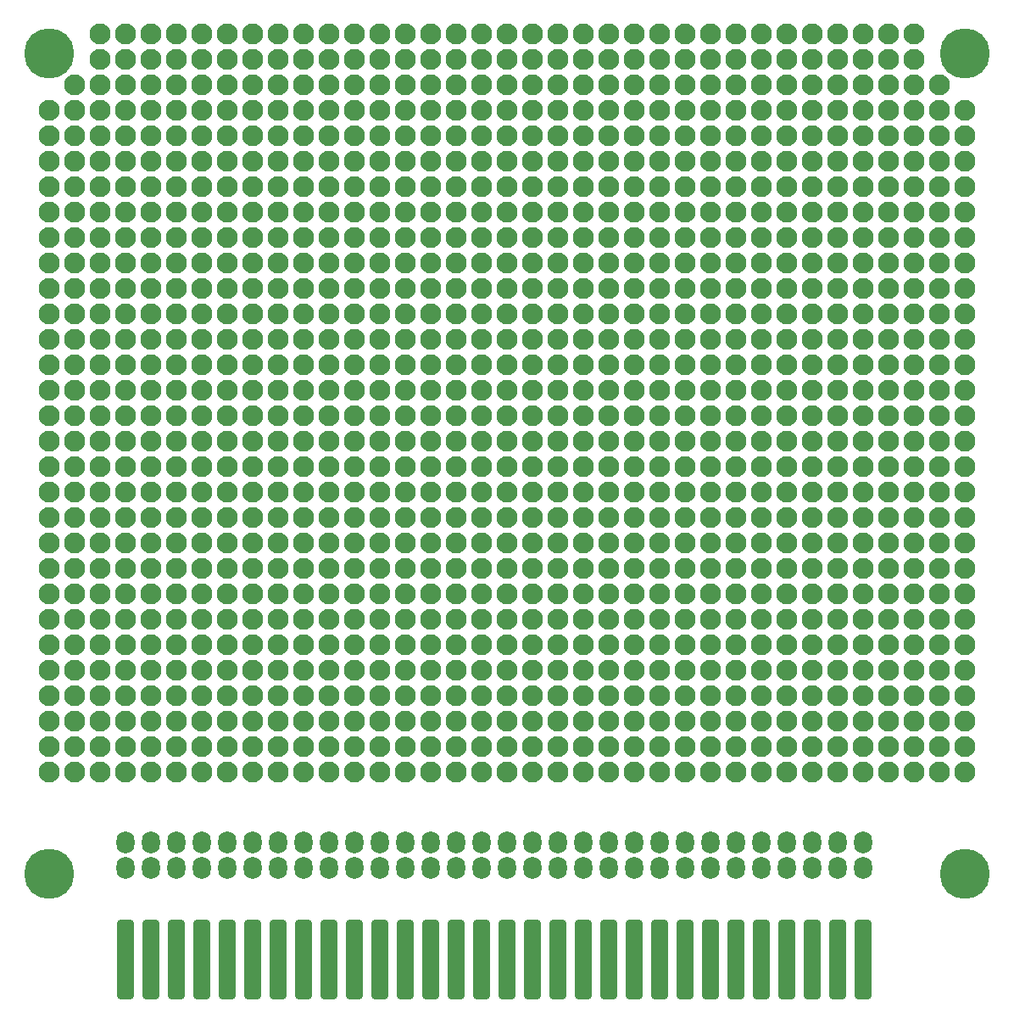
<source format=gts>
G04 #@! TF.GenerationSoftware,KiCad,Pcbnew,6.0.11-2627ca5db0~126~ubuntu20.04.1*
G04 #@! TF.CreationDate,2023-08-10T13:47:57+05:00*
G04 #@! TF.ProjectId,zx_01,7a785f30-312e-46b6-9963-61645f706362,rev?*
G04 #@! TF.SameCoordinates,Original*
G04 #@! TF.FileFunction,Soldermask,Top*
G04 #@! TF.FilePolarity,Negative*
%FSLAX46Y46*%
G04 Gerber Fmt 4.6, Leading zero omitted, Abs format (unit mm)*
G04 Created by KiCad (PCBNEW 6.0.11-2627ca5db0~126~ubuntu20.04.1) date 2023-08-10 13:47:57*
%MOMM*%
%LPD*%
G01*
G04 APERTURE LIST*
G04 Aperture macros list*
%AMRoundRect*
0 Rectangle with rounded corners*
0 $1 Rounding radius*
0 $2 $3 $4 $5 $6 $7 $8 $9 X,Y pos of 4 corners*
0 Add a 4 corners polygon primitive as box body*
4,1,4,$2,$3,$4,$5,$6,$7,$8,$9,$2,$3,0*
0 Add four circle primitives for the rounded corners*
1,1,$1+$1,$2,$3*
1,1,$1+$1,$4,$5*
1,1,$1+$1,$6,$7*
1,1,$1+$1,$8,$9*
0 Add four rect primitives between the rounded corners*
20,1,$1+$1,$2,$3,$4,$5,0*
20,1,$1+$1,$4,$5,$6,$7,0*
20,1,$1+$1,$6,$7,$8,$9,0*
20,1,$1+$1,$8,$9,$2,$3,0*%
G04 Aperture macros list end*
%ADD10C,2.100000*%
%ADD11C,5.000000*%
%ADD12O,1.800000X2.250000*%
%ADD13RoundRect,0.425000X0.425000X-3.575000X0.425000X3.575000X-0.425000X3.575000X-0.425000X-3.575000X0*%
G04 APERTURE END LIST*
D10*
X46355000Y-67945000D03*
X48895000Y-67945000D03*
X51435000Y-67945000D03*
X53975000Y-67945000D03*
X56515000Y-67945000D03*
X59055000Y-67945000D03*
X61595000Y-67945000D03*
X64135000Y-67945000D03*
X66675000Y-67945000D03*
X69215000Y-67945000D03*
X71755000Y-67945000D03*
X74295000Y-67945000D03*
X76835000Y-67945000D03*
X79375000Y-67945000D03*
X81915000Y-67945000D03*
X84455000Y-67945000D03*
X86995000Y-67945000D03*
X89535000Y-67945000D03*
X92075000Y-67945000D03*
X94615000Y-67945000D03*
X97155000Y-67945000D03*
X99695000Y-67945000D03*
X102235000Y-67945000D03*
X104775000Y-67945000D03*
X107315000Y-67945000D03*
X109855000Y-67945000D03*
X112395000Y-67945000D03*
X114935000Y-67945000D03*
X117475000Y-67945000D03*
X120015000Y-67945000D03*
X122555000Y-67945000D03*
X125095000Y-67945000D03*
X127635000Y-67945000D03*
X130175000Y-67945000D03*
X132715000Y-67945000D03*
X135255000Y-67945000D03*
X137795000Y-67945000D03*
X46355000Y-103505000D03*
X48895000Y-103505000D03*
X51435000Y-103505000D03*
X53975000Y-103505000D03*
X56515000Y-103505000D03*
X59055000Y-103505000D03*
X61595000Y-103505000D03*
X64135000Y-103505000D03*
X66675000Y-103505000D03*
X69215000Y-103505000D03*
X71755000Y-103505000D03*
X74295000Y-103505000D03*
X76835000Y-103505000D03*
X79375000Y-103505000D03*
X81915000Y-103505000D03*
X84455000Y-103505000D03*
X86995000Y-103505000D03*
X89535000Y-103505000D03*
X92075000Y-103505000D03*
X94615000Y-103505000D03*
X97155000Y-103505000D03*
X99695000Y-103505000D03*
X102235000Y-103505000D03*
X104775000Y-103505000D03*
X107315000Y-103505000D03*
X109855000Y-103505000D03*
X112395000Y-103505000D03*
X114935000Y-103505000D03*
X117475000Y-103505000D03*
X120015000Y-103505000D03*
X122555000Y-103505000D03*
X125095000Y-103505000D03*
X127635000Y-103505000D03*
X130175000Y-103505000D03*
X132715000Y-103505000D03*
X135255000Y-103505000D03*
X137795000Y-103505000D03*
X51435000Y-55245000D03*
X53975000Y-55245000D03*
X56515000Y-55245000D03*
X59055000Y-55245000D03*
X61595000Y-55245000D03*
X64135000Y-55245000D03*
X66675000Y-55245000D03*
X69215000Y-55245000D03*
X71755000Y-55245000D03*
X74295000Y-55245000D03*
X76835000Y-55245000D03*
X79375000Y-55245000D03*
X81915000Y-55245000D03*
X84455000Y-55245000D03*
X86995000Y-55245000D03*
X89535000Y-55245000D03*
X92075000Y-55245000D03*
X94615000Y-55245000D03*
X97155000Y-55245000D03*
X99695000Y-55245000D03*
X102235000Y-55245000D03*
X104775000Y-55245000D03*
X107315000Y-55245000D03*
X109855000Y-55245000D03*
X112395000Y-55245000D03*
X114935000Y-55245000D03*
X117475000Y-55245000D03*
X120015000Y-55245000D03*
X122555000Y-55245000D03*
X125095000Y-55245000D03*
X127635000Y-55245000D03*
X130175000Y-55245000D03*
X132715000Y-55245000D03*
X46355000Y-78105000D03*
X48895000Y-78105000D03*
X51435000Y-78105000D03*
X53975000Y-78105000D03*
X56515000Y-78105000D03*
X59055000Y-78105000D03*
X61595000Y-78105000D03*
X64135000Y-78105000D03*
X66675000Y-78105000D03*
X69215000Y-78105000D03*
X71755000Y-78105000D03*
X74295000Y-78105000D03*
X76835000Y-78105000D03*
X79375000Y-78105000D03*
X81915000Y-78105000D03*
X84455000Y-78105000D03*
X86995000Y-78105000D03*
X89535000Y-78105000D03*
X92075000Y-78105000D03*
X94615000Y-78105000D03*
X97155000Y-78105000D03*
X99695000Y-78105000D03*
X102235000Y-78105000D03*
X104775000Y-78105000D03*
X107315000Y-78105000D03*
X109855000Y-78105000D03*
X112395000Y-78105000D03*
X114935000Y-78105000D03*
X117475000Y-78105000D03*
X120015000Y-78105000D03*
X122555000Y-78105000D03*
X125095000Y-78105000D03*
X127635000Y-78105000D03*
X130175000Y-78105000D03*
X132715000Y-78105000D03*
X135255000Y-78105000D03*
X137795000Y-78105000D03*
X46355000Y-100965000D03*
X48895000Y-100965000D03*
X51435000Y-100965000D03*
X53975000Y-100965000D03*
X56515000Y-100965000D03*
X59055000Y-100965000D03*
X61595000Y-100965000D03*
X64135000Y-100965000D03*
X66675000Y-100965000D03*
X69215000Y-100965000D03*
X71755000Y-100965000D03*
X74295000Y-100965000D03*
X76835000Y-100965000D03*
X79375000Y-100965000D03*
X81915000Y-100965000D03*
X84455000Y-100965000D03*
X86995000Y-100965000D03*
X89535000Y-100965000D03*
X92075000Y-100965000D03*
X94615000Y-100965000D03*
X97155000Y-100965000D03*
X99695000Y-100965000D03*
X102235000Y-100965000D03*
X104775000Y-100965000D03*
X107315000Y-100965000D03*
X109855000Y-100965000D03*
X112395000Y-100965000D03*
X114935000Y-100965000D03*
X117475000Y-100965000D03*
X120015000Y-100965000D03*
X122555000Y-100965000D03*
X125095000Y-100965000D03*
X127635000Y-100965000D03*
X130175000Y-100965000D03*
X132715000Y-100965000D03*
X135255000Y-100965000D03*
X137795000Y-100965000D03*
X46355000Y-116205000D03*
X48895000Y-116205000D03*
X51435000Y-116205000D03*
X53975000Y-116205000D03*
X56515000Y-116205000D03*
X59055000Y-116205000D03*
X61595000Y-116205000D03*
X64135000Y-116205000D03*
X66675000Y-116205000D03*
X69215000Y-116205000D03*
X71755000Y-116205000D03*
X74295000Y-116205000D03*
X76835000Y-116205000D03*
X79375000Y-116205000D03*
X81915000Y-116205000D03*
X84455000Y-116205000D03*
X86995000Y-116205000D03*
X89535000Y-116205000D03*
X92075000Y-116205000D03*
X94615000Y-116205000D03*
X97155000Y-116205000D03*
X99695000Y-116205000D03*
X102235000Y-116205000D03*
X104775000Y-116205000D03*
X107315000Y-116205000D03*
X109855000Y-116205000D03*
X112395000Y-116205000D03*
X114935000Y-116205000D03*
X117475000Y-116205000D03*
X120015000Y-116205000D03*
X122555000Y-116205000D03*
X125095000Y-116205000D03*
X127635000Y-116205000D03*
X130175000Y-116205000D03*
X132715000Y-116205000D03*
X135255000Y-116205000D03*
X137795000Y-116205000D03*
X46355000Y-93345000D03*
X48895000Y-93345000D03*
X51435000Y-93345000D03*
X53975000Y-93345000D03*
X56515000Y-93345000D03*
X59055000Y-93345000D03*
X61595000Y-93345000D03*
X64135000Y-93345000D03*
X66675000Y-93345000D03*
X69215000Y-93345000D03*
X71755000Y-93345000D03*
X74295000Y-93345000D03*
X76835000Y-93345000D03*
X79375000Y-93345000D03*
X81915000Y-93345000D03*
X84455000Y-93345000D03*
X86995000Y-93345000D03*
X89535000Y-93345000D03*
X92075000Y-93345000D03*
X94615000Y-93345000D03*
X97155000Y-93345000D03*
X99695000Y-93345000D03*
X102235000Y-93345000D03*
X104775000Y-93345000D03*
X107315000Y-93345000D03*
X109855000Y-93345000D03*
X112395000Y-93345000D03*
X114935000Y-93345000D03*
X117475000Y-93345000D03*
X120015000Y-93345000D03*
X122555000Y-93345000D03*
X125095000Y-93345000D03*
X127635000Y-93345000D03*
X130175000Y-93345000D03*
X132715000Y-93345000D03*
X135255000Y-93345000D03*
X137795000Y-93345000D03*
X46355000Y-121285000D03*
X48895000Y-121285000D03*
X51435000Y-121285000D03*
X53975000Y-121285000D03*
X56515000Y-121285000D03*
X59055000Y-121285000D03*
X61595000Y-121285000D03*
X64135000Y-121285000D03*
X66675000Y-121285000D03*
X69215000Y-121285000D03*
X71755000Y-121285000D03*
X74295000Y-121285000D03*
X76835000Y-121285000D03*
X79375000Y-121285000D03*
X81915000Y-121285000D03*
X84455000Y-121285000D03*
X86995000Y-121285000D03*
X89535000Y-121285000D03*
X92075000Y-121285000D03*
X94615000Y-121285000D03*
X97155000Y-121285000D03*
X99695000Y-121285000D03*
X102235000Y-121285000D03*
X104775000Y-121285000D03*
X107315000Y-121285000D03*
X109855000Y-121285000D03*
X112395000Y-121285000D03*
X114935000Y-121285000D03*
X117475000Y-121285000D03*
X120015000Y-121285000D03*
X122555000Y-121285000D03*
X125095000Y-121285000D03*
X127635000Y-121285000D03*
X130175000Y-121285000D03*
X132715000Y-121285000D03*
X135255000Y-121285000D03*
X137795000Y-121285000D03*
X46355000Y-106045000D03*
X48895000Y-106045000D03*
X51435000Y-106045000D03*
X53975000Y-106045000D03*
X56515000Y-106045000D03*
X59055000Y-106045000D03*
X61595000Y-106045000D03*
X64135000Y-106045000D03*
X66675000Y-106045000D03*
X69215000Y-106045000D03*
X71755000Y-106045000D03*
X74295000Y-106045000D03*
X76835000Y-106045000D03*
X79375000Y-106045000D03*
X81915000Y-106045000D03*
X84455000Y-106045000D03*
X86995000Y-106045000D03*
X89535000Y-106045000D03*
X92075000Y-106045000D03*
X94615000Y-106045000D03*
X97155000Y-106045000D03*
X99695000Y-106045000D03*
X102235000Y-106045000D03*
X104775000Y-106045000D03*
X107315000Y-106045000D03*
X109855000Y-106045000D03*
X112395000Y-106045000D03*
X114935000Y-106045000D03*
X117475000Y-106045000D03*
X120015000Y-106045000D03*
X122555000Y-106045000D03*
X125095000Y-106045000D03*
X127635000Y-106045000D03*
X130175000Y-106045000D03*
X132715000Y-106045000D03*
X135255000Y-106045000D03*
X137795000Y-106045000D03*
X46355000Y-113665000D03*
X48895000Y-113665000D03*
X51435000Y-113665000D03*
X53975000Y-113665000D03*
X56515000Y-113665000D03*
X59055000Y-113665000D03*
X61595000Y-113665000D03*
X64135000Y-113665000D03*
X66675000Y-113665000D03*
X69215000Y-113665000D03*
X71755000Y-113665000D03*
X74295000Y-113665000D03*
X76835000Y-113665000D03*
X79375000Y-113665000D03*
X81915000Y-113665000D03*
X84455000Y-113665000D03*
X86995000Y-113665000D03*
X89535000Y-113665000D03*
X92075000Y-113665000D03*
X94615000Y-113665000D03*
X97155000Y-113665000D03*
X99695000Y-113665000D03*
X102235000Y-113665000D03*
X104775000Y-113665000D03*
X107315000Y-113665000D03*
X109855000Y-113665000D03*
X112395000Y-113665000D03*
X114935000Y-113665000D03*
X117475000Y-113665000D03*
X120015000Y-113665000D03*
X122555000Y-113665000D03*
X125095000Y-113665000D03*
X127635000Y-113665000D03*
X130175000Y-113665000D03*
X132715000Y-113665000D03*
X135255000Y-113665000D03*
X137795000Y-113665000D03*
X46355000Y-123825000D03*
X48895000Y-123825000D03*
X51435000Y-123825000D03*
X53975000Y-123825000D03*
X56515000Y-123825000D03*
X59055000Y-123825000D03*
X61595000Y-123825000D03*
X64135000Y-123825000D03*
X66675000Y-123825000D03*
X69215000Y-123825000D03*
X71755000Y-123825000D03*
X74295000Y-123825000D03*
X76835000Y-123825000D03*
X79375000Y-123825000D03*
X81915000Y-123825000D03*
X84455000Y-123825000D03*
X86995000Y-123825000D03*
X89535000Y-123825000D03*
X92075000Y-123825000D03*
X94615000Y-123825000D03*
X97155000Y-123825000D03*
X99695000Y-123825000D03*
X102235000Y-123825000D03*
X104775000Y-123825000D03*
X107315000Y-123825000D03*
X109855000Y-123825000D03*
X112395000Y-123825000D03*
X114935000Y-123825000D03*
X117475000Y-123825000D03*
X120015000Y-123825000D03*
X122555000Y-123825000D03*
X125095000Y-123825000D03*
X127635000Y-123825000D03*
X130175000Y-123825000D03*
X132715000Y-123825000D03*
X135255000Y-123825000D03*
X137795000Y-123825000D03*
D11*
X46355000Y-54610000D03*
D10*
X46355000Y-111125000D03*
X48895000Y-111125000D03*
X51435000Y-111125000D03*
X53975000Y-111125000D03*
X56515000Y-111125000D03*
X59055000Y-111125000D03*
X61595000Y-111125000D03*
X64135000Y-111125000D03*
X66675000Y-111125000D03*
X69215000Y-111125000D03*
X71755000Y-111125000D03*
X74295000Y-111125000D03*
X76835000Y-111125000D03*
X79375000Y-111125000D03*
X81915000Y-111125000D03*
X84455000Y-111125000D03*
X86995000Y-111125000D03*
X89535000Y-111125000D03*
X92075000Y-111125000D03*
X94615000Y-111125000D03*
X97155000Y-111125000D03*
X99695000Y-111125000D03*
X102235000Y-111125000D03*
X104775000Y-111125000D03*
X107315000Y-111125000D03*
X109855000Y-111125000D03*
X112395000Y-111125000D03*
X114935000Y-111125000D03*
X117475000Y-111125000D03*
X120015000Y-111125000D03*
X122555000Y-111125000D03*
X125095000Y-111125000D03*
X127635000Y-111125000D03*
X130175000Y-111125000D03*
X132715000Y-111125000D03*
X135255000Y-111125000D03*
X137795000Y-111125000D03*
X46355000Y-88265000D03*
X48895000Y-88265000D03*
X51435000Y-88265000D03*
X53975000Y-88265000D03*
X56515000Y-88265000D03*
X59055000Y-88265000D03*
X61595000Y-88265000D03*
X64135000Y-88265000D03*
X66675000Y-88265000D03*
X69215000Y-88265000D03*
X71755000Y-88265000D03*
X74295000Y-88265000D03*
X76835000Y-88265000D03*
X79375000Y-88265000D03*
X81915000Y-88265000D03*
X84455000Y-88265000D03*
X86995000Y-88265000D03*
X89535000Y-88265000D03*
X92075000Y-88265000D03*
X94615000Y-88265000D03*
X97155000Y-88265000D03*
X99695000Y-88265000D03*
X102235000Y-88265000D03*
X104775000Y-88265000D03*
X107315000Y-88265000D03*
X109855000Y-88265000D03*
X112395000Y-88265000D03*
X114935000Y-88265000D03*
X117475000Y-88265000D03*
X120015000Y-88265000D03*
X122555000Y-88265000D03*
X125095000Y-88265000D03*
X127635000Y-88265000D03*
X130175000Y-88265000D03*
X132715000Y-88265000D03*
X135255000Y-88265000D03*
X137795000Y-88265000D03*
X48895000Y-57785000D03*
X51435000Y-57785000D03*
X53975000Y-57785000D03*
X56515000Y-57785000D03*
X59055000Y-57785000D03*
X61595000Y-57785000D03*
X64135000Y-57785000D03*
X66675000Y-57785000D03*
X69215000Y-57785000D03*
X71755000Y-57785000D03*
X74295000Y-57785000D03*
X76835000Y-57785000D03*
X79375000Y-57785000D03*
X81915000Y-57785000D03*
X84455000Y-57785000D03*
X86995000Y-57785000D03*
X89535000Y-57785000D03*
X92075000Y-57785000D03*
X94615000Y-57785000D03*
X97155000Y-57785000D03*
X99695000Y-57785000D03*
X102235000Y-57785000D03*
X104775000Y-57785000D03*
X107315000Y-57785000D03*
X109855000Y-57785000D03*
X112395000Y-57785000D03*
X114935000Y-57785000D03*
X117475000Y-57785000D03*
X120015000Y-57785000D03*
X122555000Y-57785000D03*
X125095000Y-57785000D03*
X127635000Y-57785000D03*
X130175000Y-57785000D03*
X132715000Y-57785000D03*
X135255000Y-57785000D03*
D12*
X53975000Y-133350000D03*
X53975000Y-135890000D03*
X56515000Y-133350000D03*
X56515000Y-135890000D03*
X59055000Y-133350000D03*
X59055000Y-135890000D03*
X61595000Y-133350000D03*
X61595000Y-135890000D03*
X64135000Y-133350000D03*
X64135000Y-135890000D03*
X66675000Y-133350000D03*
X66675000Y-135890000D03*
X69215000Y-133350000D03*
X69215000Y-135890000D03*
X71755000Y-133350000D03*
X71755000Y-135890000D03*
X74295000Y-133350000D03*
X74295000Y-135890000D03*
X76835000Y-133350000D03*
X76835000Y-135890000D03*
X79375000Y-133350000D03*
X79375000Y-135890000D03*
X81915000Y-133350000D03*
X81915000Y-135890000D03*
X84455000Y-133350000D03*
X84455000Y-135890000D03*
X86995000Y-133350000D03*
X86995000Y-135890000D03*
X89535000Y-133350000D03*
X89535000Y-135890000D03*
X92075000Y-133350000D03*
X92075000Y-135890000D03*
X94615000Y-133350000D03*
X94615000Y-135890000D03*
X97155000Y-133350000D03*
X97155000Y-135890000D03*
X99695000Y-133350000D03*
X99695000Y-135890000D03*
X102235000Y-133350000D03*
X102235000Y-135890000D03*
X104775000Y-133350000D03*
X104775000Y-135890000D03*
X107315000Y-133350000D03*
X107315000Y-135890000D03*
X109855000Y-133350000D03*
X109855000Y-135890000D03*
X112395000Y-133350000D03*
X112395000Y-135890000D03*
X114935000Y-133350000D03*
X114935000Y-135890000D03*
X117475000Y-133350000D03*
X117475000Y-135890000D03*
X120015000Y-133350000D03*
X120015000Y-135890000D03*
X122555000Y-133350000D03*
X122555000Y-135890000D03*
X125095000Y-133350000D03*
X125095000Y-135890000D03*
X127635000Y-133350000D03*
X127635000Y-135890000D03*
D10*
X46355000Y-118745000D03*
X48895000Y-118745000D03*
X51435000Y-118745000D03*
X53975000Y-118745000D03*
X56515000Y-118745000D03*
X59055000Y-118745000D03*
X61595000Y-118745000D03*
X64135000Y-118745000D03*
X66675000Y-118745000D03*
X69215000Y-118745000D03*
X71755000Y-118745000D03*
X74295000Y-118745000D03*
X76835000Y-118745000D03*
X79375000Y-118745000D03*
X81915000Y-118745000D03*
X84455000Y-118745000D03*
X86995000Y-118745000D03*
X89535000Y-118745000D03*
X92075000Y-118745000D03*
X94615000Y-118745000D03*
X97155000Y-118745000D03*
X99695000Y-118745000D03*
X102235000Y-118745000D03*
X104775000Y-118745000D03*
X107315000Y-118745000D03*
X109855000Y-118745000D03*
X112395000Y-118745000D03*
X114935000Y-118745000D03*
X117475000Y-118745000D03*
X120015000Y-118745000D03*
X122555000Y-118745000D03*
X125095000Y-118745000D03*
X127635000Y-118745000D03*
X130175000Y-118745000D03*
X132715000Y-118745000D03*
X135255000Y-118745000D03*
X137795000Y-118745000D03*
X46355000Y-60325000D03*
X48895000Y-60325000D03*
X51435000Y-60325000D03*
X53975000Y-60325000D03*
X56515000Y-60325000D03*
X59055000Y-60325000D03*
X61595000Y-60325000D03*
X64135000Y-60325000D03*
X66675000Y-60325000D03*
X69215000Y-60325000D03*
X71755000Y-60325000D03*
X74295000Y-60325000D03*
X76835000Y-60325000D03*
X79375000Y-60325000D03*
X81915000Y-60325000D03*
X84455000Y-60325000D03*
X86995000Y-60325000D03*
X89535000Y-60325000D03*
X92075000Y-60325000D03*
X94615000Y-60325000D03*
X97155000Y-60325000D03*
X99695000Y-60325000D03*
X102235000Y-60325000D03*
X104775000Y-60325000D03*
X107315000Y-60325000D03*
X109855000Y-60325000D03*
X112395000Y-60325000D03*
X114935000Y-60325000D03*
X117475000Y-60325000D03*
X120015000Y-60325000D03*
X122555000Y-60325000D03*
X125095000Y-60325000D03*
X127635000Y-60325000D03*
X130175000Y-60325000D03*
X132715000Y-60325000D03*
X135255000Y-60325000D03*
X137795000Y-60325000D03*
X51435000Y-52705000D03*
X53975000Y-52705000D03*
X56515000Y-52705000D03*
X59055000Y-52705000D03*
X61595000Y-52705000D03*
X64135000Y-52705000D03*
X66675000Y-52705000D03*
X69215000Y-52705000D03*
X71755000Y-52705000D03*
X74295000Y-52705000D03*
X76835000Y-52705000D03*
X79375000Y-52705000D03*
X81915000Y-52705000D03*
X84455000Y-52705000D03*
X86995000Y-52705000D03*
X89535000Y-52705000D03*
X92075000Y-52705000D03*
X94615000Y-52705000D03*
X97155000Y-52705000D03*
X99695000Y-52705000D03*
X102235000Y-52705000D03*
X104775000Y-52705000D03*
X107315000Y-52705000D03*
X109855000Y-52705000D03*
X112395000Y-52705000D03*
X114935000Y-52705000D03*
X117475000Y-52705000D03*
X120015000Y-52705000D03*
X122555000Y-52705000D03*
X125095000Y-52705000D03*
X127635000Y-52705000D03*
X130175000Y-52705000D03*
X132715000Y-52705000D03*
D13*
X53975000Y-145034000D03*
X56515000Y-145034000D03*
X59055000Y-145034000D03*
X61595000Y-145034000D03*
X64135000Y-145034000D03*
X66675000Y-145034000D03*
X69215000Y-145034000D03*
X71755000Y-145034000D03*
X74295000Y-145034000D03*
X76835000Y-145034000D03*
X79375000Y-145034000D03*
X81915000Y-145034000D03*
X84455000Y-145034000D03*
X86995000Y-145034000D03*
X89535000Y-145034000D03*
X92075000Y-145034000D03*
X94615000Y-145034000D03*
X97155000Y-145034000D03*
X99695000Y-145034000D03*
X102235000Y-145034000D03*
X104775000Y-145034000D03*
X107315000Y-145034000D03*
X109855000Y-145034000D03*
X112395000Y-145034000D03*
X114935000Y-145034000D03*
X117475000Y-145034000D03*
X120015000Y-145034000D03*
X122555000Y-145034000D03*
X125095000Y-145034000D03*
X127635000Y-145034000D03*
D10*
X46355000Y-73025000D03*
X48895000Y-73025000D03*
X51435000Y-73025000D03*
X53975000Y-73025000D03*
X56515000Y-73025000D03*
X59055000Y-73025000D03*
X61595000Y-73025000D03*
X64135000Y-73025000D03*
X66675000Y-73025000D03*
X69215000Y-73025000D03*
X71755000Y-73025000D03*
X74295000Y-73025000D03*
X76835000Y-73025000D03*
X79375000Y-73025000D03*
X81915000Y-73025000D03*
X84455000Y-73025000D03*
X86995000Y-73025000D03*
X89535000Y-73025000D03*
X92075000Y-73025000D03*
X94615000Y-73025000D03*
X97155000Y-73025000D03*
X99695000Y-73025000D03*
X102235000Y-73025000D03*
X104775000Y-73025000D03*
X107315000Y-73025000D03*
X109855000Y-73025000D03*
X112395000Y-73025000D03*
X114935000Y-73025000D03*
X117475000Y-73025000D03*
X120015000Y-73025000D03*
X122555000Y-73025000D03*
X125095000Y-73025000D03*
X127635000Y-73025000D03*
X130175000Y-73025000D03*
X132715000Y-73025000D03*
X135255000Y-73025000D03*
X137795000Y-73025000D03*
X46355000Y-65405000D03*
X48895000Y-65405000D03*
X51435000Y-65405000D03*
X53975000Y-65405000D03*
X56515000Y-65405000D03*
X59055000Y-65405000D03*
X61595000Y-65405000D03*
X64135000Y-65405000D03*
X66675000Y-65405000D03*
X69215000Y-65405000D03*
X71755000Y-65405000D03*
X74295000Y-65405000D03*
X76835000Y-65405000D03*
X79375000Y-65405000D03*
X81915000Y-65405000D03*
X84455000Y-65405000D03*
X86995000Y-65405000D03*
X89535000Y-65405000D03*
X92075000Y-65405000D03*
X94615000Y-65405000D03*
X97155000Y-65405000D03*
X99695000Y-65405000D03*
X102235000Y-65405000D03*
X104775000Y-65405000D03*
X107315000Y-65405000D03*
X109855000Y-65405000D03*
X112395000Y-65405000D03*
X114935000Y-65405000D03*
X117475000Y-65405000D03*
X120015000Y-65405000D03*
X122555000Y-65405000D03*
X125095000Y-65405000D03*
X127635000Y-65405000D03*
X130175000Y-65405000D03*
X132715000Y-65405000D03*
X135255000Y-65405000D03*
X137795000Y-65405000D03*
X46355000Y-90805000D03*
X48895000Y-90805000D03*
X51435000Y-90805000D03*
X53975000Y-90805000D03*
X56515000Y-90805000D03*
X59055000Y-90805000D03*
X61595000Y-90805000D03*
X64135000Y-90805000D03*
X66675000Y-90805000D03*
X69215000Y-90805000D03*
X71755000Y-90805000D03*
X74295000Y-90805000D03*
X76835000Y-90805000D03*
X79375000Y-90805000D03*
X81915000Y-90805000D03*
X84455000Y-90805000D03*
X86995000Y-90805000D03*
X89535000Y-90805000D03*
X92075000Y-90805000D03*
X94615000Y-90805000D03*
X97155000Y-90805000D03*
X99695000Y-90805000D03*
X102235000Y-90805000D03*
X104775000Y-90805000D03*
X107315000Y-90805000D03*
X109855000Y-90805000D03*
X112395000Y-90805000D03*
X114935000Y-90805000D03*
X117475000Y-90805000D03*
X120015000Y-90805000D03*
X122555000Y-90805000D03*
X125095000Y-90805000D03*
X127635000Y-90805000D03*
X130175000Y-90805000D03*
X132715000Y-90805000D03*
X135255000Y-90805000D03*
X137795000Y-90805000D03*
D11*
X137795000Y-54610000D03*
D10*
X46355000Y-126365000D03*
X48895000Y-126365000D03*
X51435000Y-126365000D03*
X53975000Y-126365000D03*
X56515000Y-126365000D03*
X59055000Y-126365000D03*
X61595000Y-126365000D03*
X64135000Y-126365000D03*
X66675000Y-126365000D03*
X69215000Y-126365000D03*
X71755000Y-126365000D03*
X74295000Y-126365000D03*
X76835000Y-126365000D03*
X79375000Y-126365000D03*
X81915000Y-126365000D03*
X84455000Y-126365000D03*
X86995000Y-126365000D03*
X89535000Y-126365000D03*
X92075000Y-126365000D03*
X94615000Y-126365000D03*
X97155000Y-126365000D03*
X99695000Y-126365000D03*
X102235000Y-126365000D03*
X104775000Y-126365000D03*
X107315000Y-126365000D03*
X109855000Y-126365000D03*
X112395000Y-126365000D03*
X114935000Y-126365000D03*
X117475000Y-126365000D03*
X120015000Y-126365000D03*
X122555000Y-126365000D03*
X125095000Y-126365000D03*
X127635000Y-126365000D03*
X130175000Y-126365000D03*
X132715000Y-126365000D03*
X135255000Y-126365000D03*
X137795000Y-126365000D03*
D11*
X137795000Y-136525000D03*
D10*
X46355000Y-70485000D03*
X48895000Y-70485000D03*
X51435000Y-70485000D03*
X53975000Y-70485000D03*
X56515000Y-70485000D03*
X59055000Y-70485000D03*
X61595000Y-70485000D03*
X64135000Y-70485000D03*
X66675000Y-70485000D03*
X69215000Y-70485000D03*
X71755000Y-70485000D03*
X74295000Y-70485000D03*
X76835000Y-70485000D03*
X79375000Y-70485000D03*
X81915000Y-70485000D03*
X84455000Y-70485000D03*
X86995000Y-70485000D03*
X89535000Y-70485000D03*
X92075000Y-70485000D03*
X94615000Y-70485000D03*
X97155000Y-70485000D03*
X99695000Y-70485000D03*
X102235000Y-70485000D03*
X104775000Y-70485000D03*
X107315000Y-70485000D03*
X109855000Y-70485000D03*
X112395000Y-70485000D03*
X114935000Y-70485000D03*
X117475000Y-70485000D03*
X120015000Y-70485000D03*
X122555000Y-70485000D03*
X125095000Y-70485000D03*
X127635000Y-70485000D03*
X130175000Y-70485000D03*
X132715000Y-70485000D03*
X135255000Y-70485000D03*
X137795000Y-70485000D03*
X46355000Y-83185000D03*
X48895000Y-83185000D03*
X51435000Y-83185000D03*
X53975000Y-83185000D03*
X56515000Y-83185000D03*
X59055000Y-83185000D03*
X61595000Y-83185000D03*
X64135000Y-83185000D03*
X66675000Y-83185000D03*
X69215000Y-83185000D03*
X71755000Y-83185000D03*
X74295000Y-83185000D03*
X76835000Y-83185000D03*
X79375000Y-83185000D03*
X81915000Y-83185000D03*
X84455000Y-83185000D03*
X86995000Y-83185000D03*
X89535000Y-83185000D03*
X92075000Y-83185000D03*
X94615000Y-83185000D03*
X97155000Y-83185000D03*
X99695000Y-83185000D03*
X102235000Y-83185000D03*
X104775000Y-83185000D03*
X107315000Y-83185000D03*
X109855000Y-83185000D03*
X112395000Y-83185000D03*
X114935000Y-83185000D03*
X117475000Y-83185000D03*
X120015000Y-83185000D03*
X122555000Y-83185000D03*
X125095000Y-83185000D03*
X127635000Y-83185000D03*
X130175000Y-83185000D03*
X132715000Y-83185000D03*
X135255000Y-83185000D03*
X137795000Y-83185000D03*
X46355000Y-108585000D03*
X48895000Y-108585000D03*
X51435000Y-108585000D03*
X53975000Y-108585000D03*
X56515000Y-108585000D03*
X59055000Y-108585000D03*
X61595000Y-108585000D03*
X64135000Y-108585000D03*
X66675000Y-108585000D03*
X69215000Y-108585000D03*
X71755000Y-108585000D03*
X74295000Y-108585000D03*
X76835000Y-108585000D03*
X79375000Y-108585000D03*
X81915000Y-108585000D03*
X84455000Y-108585000D03*
X86995000Y-108585000D03*
X89535000Y-108585000D03*
X92075000Y-108585000D03*
X94615000Y-108585000D03*
X97155000Y-108585000D03*
X99695000Y-108585000D03*
X102235000Y-108585000D03*
X104775000Y-108585000D03*
X107315000Y-108585000D03*
X109855000Y-108585000D03*
X112395000Y-108585000D03*
X114935000Y-108585000D03*
X117475000Y-108585000D03*
X120015000Y-108585000D03*
X122555000Y-108585000D03*
X125095000Y-108585000D03*
X127635000Y-108585000D03*
X130175000Y-108585000D03*
X132715000Y-108585000D03*
X135255000Y-108585000D03*
X137795000Y-108585000D03*
X46355000Y-98425000D03*
X48895000Y-98425000D03*
X51435000Y-98425000D03*
X53975000Y-98425000D03*
X56515000Y-98425000D03*
X59055000Y-98425000D03*
X61595000Y-98425000D03*
X64135000Y-98425000D03*
X66675000Y-98425000D03*
X69215000Y-98425000D03*
X71755000Y-98425000D03*
X74295000Y-98425000D03*
X76835000Y-98425000D03*
X79375000Y-98425000D03*
X81915000Y-98425000D03*
X84455000Y-98425000D03*
X86995000Y-98425000D03*
X89535000Y-98425000D03*
X92075000Y-98425000D03*
X94615000Y-98425000D03*
X97155000Y-98425000D03*
X99695000Y-98425000D03*
X102235000Y-98425000D03*
X104775000Y-98425000D03*
X107315000Y-98425000D03*
X109855000Y-98425000D03*
X112395000Y-98425000D03*
X114935000Y-98425000D03*
X117475000Y-98425000D03*
X120015000Y-98425000D03*
X122555000Y-98425000D03*
X125095000Y-98425000D03*
X127635000Y-98425000D03*
X130175000Y-98425000D03*
X132715000Y-98425000D03*
X135255000Y-98425000D03*
X137795000Y-98425000D03*
X46355000Y-75565000D03*
X48895000Y-75565000D03*
X51435000Y-75565000D03*
X53975000Y-75565000D03*
X56515000Y-75565000D03*
X59055000Y-75565000D03*
X61595000Y-75565000D03*
X64135000Y-75565000D03*
X66675000Y-75565000D03*
X69215000Y-75565000D03*
X71755000Y-75565000D03*
X74295000Y-75565000D03*
X76835000Y-75565000D03*
X79375000Y-75565000D03*
X81915000Y-75565000D03*
X84455000Y-75565000D03*
X86995000Y-75565000D03*
X89535000Y-75565000D03*
X92075000Y-75565000D03*
X94615000Y-75565000D03*
X97155000Y-75565000D03*
X99695000Y-75565000D03*
X102235000Y-75565000D03*
X104775000Y-75565000D03*
X107315000Y-75565000D03*
X109855000Y-75565000D03*
X112395000Y-75565000D03*
X114935000Y-75565000D03*
X117475000Y-75565000D03*
X120015000Y-75565000D03*
X122555000Y-75565000D03*
X125095000Y-75565000D03*
X127635000Y-75565000D03*
X130175000Y-75565000D03*
X132715000Y-75565000D03*
X135255000Y-75565000D03*
X137795000Y-75565000D03*
X46355000Y-85725000D03*
X48895000Y-85725000D03*
X51435000Y-85725000D03*
X53975000Y-85725000D03*
X56515000Y-85725000D03*
X59055000Y-85725000D03*
X61595000Y-85725000D03*
X64135000Y-85725000D03*
X66675000Y-85725000D03*
X69215000Y-85725000D03*
X71755000Y-85725000D03*
X74295000Y-85725000D03*
X76835000Y-85725000D03*
X79375000Y-85725000D03*
X81915000Y-85725000D03*
X84455000Y-85725000D03*
X86995000Y-85725000D03*
X89535000Y-85725000D03*
X92075000Y-85725000D03*
X94615000Y-85725000D03*
X97155000Y-85725000D03*
X99695000Y-85725000D03*
X102235000Y-85725000D03*
X104775000Y-85725000D03*
X107315000Y-85725000D03*
X109855000Y-85725000D03*
X112395000Y-85725000D03*
X114935000Y-85725000D03*
X117475000Y-85725000D03*
X120015000Y-85725000D03*
X122555000Y-85725000D03*
X125095000Y-85725000D03*
X127635000Y-85725000D03*
X130175000Y-85725000D03*
X132715000Y-85725000D03*
X135255000Y-85725000D03*
X137795000Y-85725000D03*
X46355000Y-95885000D03*
X48895000Y-95885000D03*
X51435000Y-95885000D03*
X53975000Y-95885000D03*
X56515000Y-95885000D03*
X59055000Y-95885000D03*
X61595000Y-95885000D03*
X64135000Y-95885000D03*
X66675000Y-95885000D03*
X69215000Y-95885000D03*
X71755000Y-95885000D03*
X74295000Y-95885000D03*
X76835000Y-95885000D03*
X79375000Y-95885000D03*
X81915000Y-95885000D03*
X84455000Y-95885000D03*
X86995000Y-95885000D03*
X89535000Y-95885000D03*
X92075000Y-95885000D03*
X94615000Y-95885000D03*
X97155000Y-95885000D03*
X99695000Y-95885000D03*
X102235000Y-95885000D03*
X104775000Y-95885000D03*
X107315000Y-95885000D03*
X109855000Y-95885000D03*
X112395000Y-95885000D03*
X114935000Y-95885000D03*
X117475000Y-95885000D03*
X120015000Y-95885000D03*
X122555000Y-95885000D03*
X125095000Y-95885000D03*
X127635000Y-95885000D03*
X130175000Y-95885000D03*
X132715000Y-95885000D03*
X135255000Y-95885000D03*
X137795000Y-95885000D03*
D11*
X46355000Y-136525000D03*
D10*
X46355000Y-62865000D03*
X48895000Y-62865000D03*
X51435000Y-62865000D03*
X53975000Y-62865000D03*
X56515000Y-62865000D03*
X59055000Y-62865000D03*
X61595000Y-62865000D03*
X64135000Y-62865000D03*
X66675000Y-62865000D03*
X69215000Y-62865000D03*
X71755000Y-62865000D03*
X74295000Y-62865000D03*
X76835000Y-62865000D03*
X79375000Y-62865000D03*
X81915000Y-62865000D03*
X84455000Y-62865000D03*
X86995000Y-62865000D03*
X89535000Y-62865000D03*
X92075000Y-62865000D03*
X94615000Y-62865000D03*
X97155000Y-62865000D03*
X99695000Y-62865000D03*
X102235000Y-62865000D03*
X104775000Y-62865000D03*
X107315000Y-62865000D03*
X109855000Y-62865000D03*
X112395000Y-62865000D03*
X114935000Y-62865000D03*
X117475000Y-62865000D03*
X120015000Y-62865000D03*
X122555000Y-62865000D03*
X125095000Y-62865000D03*
X127635000Y-62865000D03*
X130175000Y-62865000D03*
X132715000Y-62865000D03*
X135255000Y-62865000D03*
X137795000Y-62865000D03*
X46355000Y-80645000D03*
X48895000Y-80645000D03*
X51435000Y-80645000D03*
X53975000Y-80645000D03*
X56515000Y-80645000D03*
X59055000Y-80645000D03*
X61595000Y-80645000D03*
X64135000Y-80645000D03*
X66675000Y-80645000D03*
X69215000Y-80645000D03*
X71755000Y-80645000D03*
X74295000Y-80645000D03*
X76835000Y-80645000D03*
X79375000Y-80645000D03*
X81915000Y-80645000D03*
X84455000Y-80645000D03*
X86995000Y-80645000D03*
X89535000Y-80645000D03*
X92075000Y-80645000D03*
X94615000Y-80645000D03*
X97155000Y-80645000D03*
X99695000Y-80645000D03*
X102235000Y-80645000D03*
X104775000Y-80645000D03*
X107315000Y-80645000D03*
X109855000Y-80645000D03*
X112395000Y-80645000D03*
X114935000Y-80645000D03*
X117475000Y-80645000D03*
X120015000Y-80645000D03*
X122555000Y-80645000D03*
X125095000Y-80645000D03*
X127635000Y-80645000D03*
X130175000Y-80645000D03*
X132715000Y-80645000D03*
X135255000Y-80645000D03*
X137795000Y-80645000D03*
M02*

</source>
